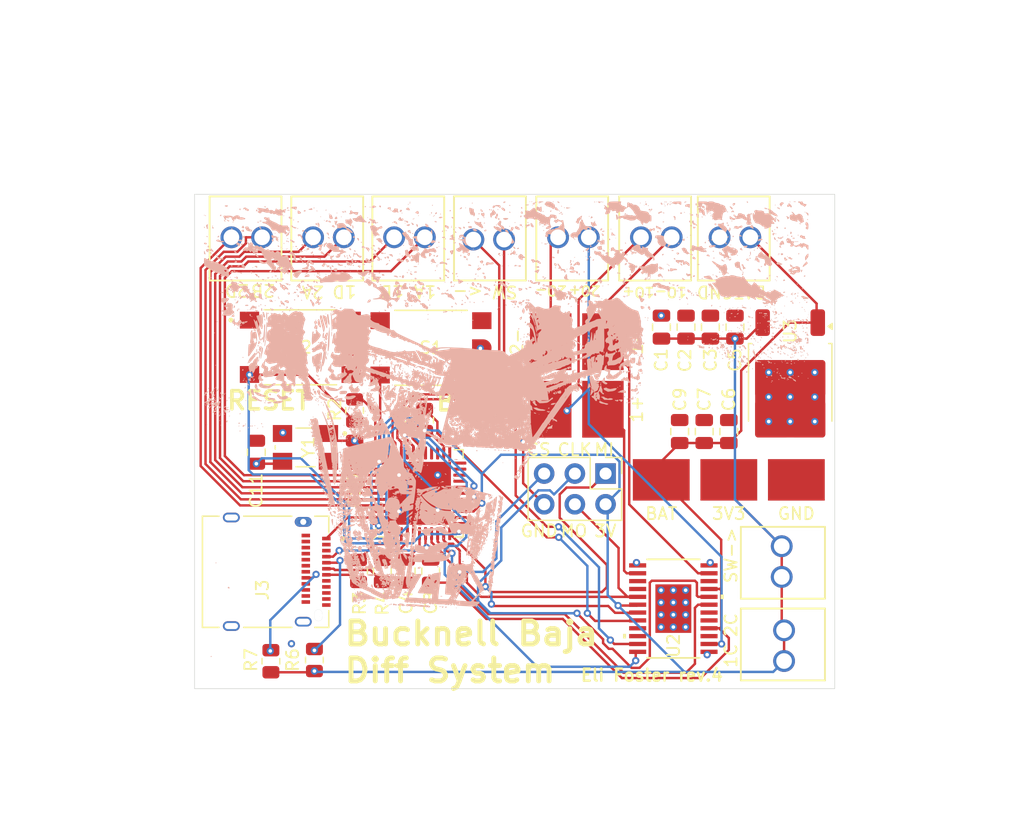
<source format=kicad_pcb>
(kicad_pcb (version 20241229) (generator "pcbnew") (generator_version "9.0")
  (layers (0 "F.Cu" signal) (2 "B.Cu" signal) (13 "F.Paste" user) (15 "B.Paste" user) (5 "F.SilkS" user "F.Silkscreen") (7 "B.SilkS" user "B.Silkscreen") (1 "F.Mask" user) (3 "B.Mask" user) (25 "Edge.Cuts" user))
  (net 0 "")
  (net 1 "+BATT")
  (net 2 "ATM_UDM")
  (net 3 "NSLEEP")
  (net 4 "MOSI")
  (net 5 "RESET_SW")
  (net 8 "CLK")
  (net 9 "UCAP")
  (net 10 "XTAL1")
  (net 13 "NFAULT")
  (net 14 "XTAL2")
  (net 17 "UGND")
  (net 22 "MISO")
  (net 23 "USB_VBUS")
  (net 27 "CS")
  (net 28 "USB_UDM")
  (net 30 "BOOTLOADER")
  (net 33 "DIFF1-")
  (net 36 "DIFF1+")
  (net 38 "DIFF2-")
  (net 40 "DIFF2+")
  (net 43 "DIFF1D")
  (net 44 "DIFF2A")
  (net 45 "DIFF2B")
  (net 46 "DIFF2D")
  (net 47 "DIFF1A")
  (net 48 "DIFF1B")
  (net 49 "3V")
  (net 51 "USB_UDP")
  (net 52 "ATM_UDP")
  (net 60 "Net-(J3-CC1)")
  (net 62 "Net-(J3-CC2)")
  (net 74 "SW2_IN")
  (net 75 "SW1_IN")
  (footprint "custom:CONN_OSTVN02A150_OST" (layer "F.Cu") (at 200.152 122.682 90)
    (property "Reference" "Switches_Out1" (hide yes))
    (property "Value" "OSTVN02A150")
  )
  (footprint "custom:CONN_OSTVN02A150_OST" (layer "F.Cu") (at 174.449924 87.817201)
    (property "Reference" "Switches_In1" (hide yes))
    (property "Value" "OSTVN02A150")
  )
  (footprint "Capacitor_SMD:C_0805_2012Metric" (layer "F.Cu") (at 196.088 95.062 90)
    (property "Reference" "C5")
    (property "Value" "0.1uF")
  )
  (footprint "Resistor_SMD:R_0805_2012Metric" (layer "F.Cu") (at 164.62 101.95 90)
    (property "Reference" "R2")
    (property "Value" "10k")
  )
  (footprint "custom:bajabig" (layer "F.Cu") (at 177.165268 104.458299 180)
    (property "Reference" "Image1" (hide yes))
    (property "Value" "Baja" (hide yes))
  )
  (footprint "custom:CONN_OSTVN02A150_OST" (layer "F.Cu") (at 183.996076 87.63 180)
    (property "Reference" "Terminal_2Out1" (hide yes))
    (property "Value" "OSTVN02A150")
  )
  (footprint "custom:CONN_OSTVN02A150_OST" (layer "F.Cu") (at 190.854076 87.63 180)
    (property "Reference" "Terminal_1Out1" (hide yes))
    (property "Value" "OSTVN02A150")
  )
  (footprint "Package_DFN_QFN:QFN-44-1EP_7x7mm_P0.5mm_EP5.2x5.2mm" (layer "F.Cu") (at 169.992 108.808 90)
    (property "Reference" "U1" (hide yes))
    (property "Value" "ATmega32U4-M")
  )
  (footprint "Capacitor_SMD:C_0805_2012Metric" (layer "F.Cu") (at 156.496 105.41 90)
    (property "Reference" "C11")
    (property "Value" "36pF")
  )
  (footprint "Capacitor_SMD:C_0805_2012Metric" (layer "F.Cu") (at 191.515 103.698 90)
    (property "Reference" "C9")
    (property "Value" "10uF")
  )
  (footprint "custom:HTSSOP24_PWP_TEX" (layer "F.Cu") (at 190.992 118.348)
    (property "Reference" "U2")
    (property "Value" "DRV8904QPWPRQ1")
  )
  (footprint "Resistor_SMD:R_0805_2012Metric" (layer "F.Cu") (at 164.95 115.23 90)
    (property "Reference" "R3")
    (property "Value" "22")
  )
  (footprint "custom:KEYSTONE_5016" (layer "F.Cu") (at 185.166 101.854 90)
    (property "Reference" "1+")
    (property "Value" "5016")
  )
  (footprint "custom:SW_1-1437565-8" (layer "F.Cu") (at 160.135 96.73)
    (property "Reference" "S2")
    (property "Value" "FSM1LPATR")
  )
  (footprint "Capacitor_SMD:C_0805_2012Metric" (layer "F.Cu") (at 168.89 115.25 -90)
    (property "Reference" "C4")
    (property "Value" "1uF")
  )
  (footprint "custom:CONN_OSTVN02A150_OST" (layer "F.Cu") (at 163.729924 87.63 180)
    (property "Reference" "Terminal_In2" (hide yes))
    (property "Value" "OSTVN02A150")
  )
  (footprint "Package_TO_SOT_SMD:TO-252-2" (layer "F.Cu") (at 200.659 99.729 -90)
    (property "Reference" "U3")
    (property "Value" "AP7363-33D-13")
  )
  (footprint "Resistor_SMD:R_0805_2012Metric" (layer "F.Cu") (at 166.916666 115.23 90)
    (property "Reference" "R4")
    (property "Value" "22")
  )
  (footprint "custom:KEYSTONE_5016" (layer "F.Cu") (at 180.848 101.854 -90)
    (property "Reference" "2+")
    (property "Value" "5016")
  )
  (footprint "custom:SW_1-1437565-8" (layer "F.Cu") (at 170.942 96.774)
    (property "Reference" "S1")
    (property "Value" "FSM1LPATR")
  )
  (footprint "Capacitor_SMD:C_0805_2012Metric" (layer "F.Cu") (at 194.056 95.062 90)
    (property "Reference" "C3")
    (property "Value" "1uF")
  )
  (footprint "custom:CONN_OSTVN02A150_OST" (layer "F.Cu") (at 199.957598 113.183924 -90)
    (property "Reference" "Terminal_C1" (hide yes))
    (property "Value" "OSTVN02A150")
  )
  (footprint "Resistor_SMD:R_0805_2012Metric" (layer "F.Cu") (at 170.418 102.7505 90)
    (property "Reference" "R5")
    (property "Value" "10k")
  )
  (footprint "Capacitor_SMD:C_0805_2012Metric" (layer "F.Cu") (at 192.04 95.062 90)
    (property "Reference" "C2" (hide yes))
    (property "Value" "10uF")
  )
  (footprint "Capacitor_SMD:C_0805_2012Metric" (layer "F.Cu") (at 193.547 103.698 90)
    (property "Reference" "C7")
    (property "Value" "0.1uF")
  )
  (footprint "custom:XTAL_C5S-24.000-20-3030-X-R" (layer "F.Cu") (at 160.56 105.01 180)
    (property "Reference" "Y1")
    (property "Value" "C5S-24.000-20-3030-X-R")
  )
  (footprint "custom:KEYSTONE_5016" (layer "F.Cu") (at 189.992 107.696 180)
    (property "Reference" "BAT")
    (property "Value" "5016")
  )
  (footprint "custom:KEYSTONE_5016" (layer "F.Cu") (at 195.58 107.696 180)
    (property "Reference" "3V3")
    (property "Value" "5016")
  )
  (footprint "custom:AMPHENOL_USBC" (layer "F.Cu") (at 161.6275 115.3 -90)
    (property "Reference" "J3")
    (property "Value" "12401598E4_2A")
    (fp_line (start -4.38 1.55) (end -4.38 0.95) (stroke (width 0.01)) (layer "Edge.Cuts"))
    (fp_line (start -3.88 0.95) (end -3.88 1.55) (stroke (width 0.01)) (layer "Edge.Cuts"))
    (fp_line (start 3.75 0.325) (end 3.45 0.325) (stroke (width 0.01)) (layer "Edge.Cuts"))
    (fp_line (start 3.45 -0.325) (end 3.75 -0.325) (stroke (width 0.01)) (layer "Edge.Cuts"))
    (fp_arc (start -4.13 1.8) (mid -4.306777 1.726777) (end -4.38 1.55) (stroke (width 0.01)) (layer "Edge.Cuts"))
    (fp_arc (start -3.88 1.55) (mid -3.953223 1.726777) (end -4.13 1.8) (stroke (width 0.01)) (layer "Edge.Cuts"))
    (fp_arc (start -4.38 0.95) (mid -4.306777 0.773223) (end -4.13 0.7) (stroke (width 0.01)) (layer "Edge.Cuts"))
    (fp_arc (start -4.13 0.7) (mid -3.953223 0.773223) (end -3.88 0.95) (stroke (width 0.01)) (layer "Edge.Cuts"))
    (fp_arc (start 3.45 0.325) (mid 3.22019 0.22981) (end 3.125 0) (stroke (width 0.01)) (layer "Edge.Cuts"))
    (fp_arc (start 3.125 0) (mid 3.22019 -0.22981) (end 3.45 -0.325) (stroke (width 0.01)) (layer "Edge.Cuts"))
    (fp_arc (start 4.075 0) (mid 3.97981 0.22981) (end 3.75 0.325) (stroke (width 0.01)) (layer "Edge.Cuts"))
    (fp_arc (start 3.75 -0.325) (mid 3.97981 -0.22981) (end 4.075 0) (stroke (width 0.01)) (layer "Edge.Cuts"))
  )
  (footprint "Resistor_SMD:R_0805_2012Metric" (layer "F.Cu") (at 161.3 122.6 -90)
    (property "Reference" "R6")
    (property "Value" "10k")
  )
  (footprint "Connector_PinHeader_2.54mm:PinHeader_2x03_P2.54mm_Vertical" (layer "F.Cu") (at 185.385 107.175 -90)
    (property "Reference" "J1" (hide yes))
    (property "Value" "AVR-ISP-6")
  )
  (footprint "custom:CONN_OSTVN02A150_OST" (layer "F.Cu") (at 170.434 87.63 180)
    (property "Reference" "Terminal_In1" (hide yes))
    (property "Value" "OSTVN02A150")
  )
  (footprint "custom:KEYSTONE_5016" (layer "F.Cu") (at 180.848 96.266 90)
    (property "Reference" "2-")
    (property "Value" "5016")
  )
  (footprint "custom:CONN_OSTVN02A150_OST" (layer "F.Cu") (at 156.972 87.63 180)
    (property "Reference" "Terminal_In3" (hide yes))
    (property "Value" "OSTVN02A150")
  )
  (footprint "custom:CONN_OSTVN02A150_OST" (layer "F.Cu") (at 197.358 87.63 180)
    (property "Reference" "Terminal_PowerIn1" (hide yes))
    (property "Value" "OSTVN02A150")
  )
  (footprint "custom:KEYSTONE_5016" (layer "F.Cu") (at 185.166 96.266 -90)
    (property "Reference" "1-")
    (property "Value" "5016")
  )
  (footprint "Capacitor_SMD:C_0805_2012Metric" (layer "F.Cu") (at 164.624 105.41 -90)
    (property "Reference" "C10")
    (property "Value" "36pF")
  )
  (footprint "Resistor_SMD:R_0805_2012Metric" (layer "F.Cu") (at 157.7 122.7 -90)
    (property "Reference" "R7")
    (property "Value" "10k")
  )
  (footprint "Capacitor_SMD:C_0805_2012Metric" (layer "F.Cu") (at 170.916668 115.25 90)
    (property "Reference" "C8")
    (property "Value" "0.1uF")
  )
  (footprint "custom:KEYSTONE_5016" (layer "F.Cu") (at 201.168 107.696 180)
    (property "Reference" "GND")
    (property "Value" "5016")
  )
  (footprint "Capacitor_SMD:C_0805_2012Metric" (layer "F.Cu") (at 195.579 103.698 90)
    (property "Reference" "C6")
    (property "Value" "0.1uF")
  )
  (footprint "Capacitor_SMD:C_0805_2012Metric" (layer "F.Cu") (at 190.008 95.062 90)
    (property "Reference" "C1")
    (property "Value" "0.1uF")
  )
  (gr_rect (start 151.384 84.074) (end 204.343 124.968) (stroke (width 0.05)) (fill no) (layer "Edge.Cuts"))
  (gr_text "2O+" (at 185.039 91.567 180) (layer "F.SilkS") (effects (font (size 0.8 0.8) (thickness 0.15) (bold yes)) (justify left bottom)))
  (gr_text "2A" (at 162.179 91.567 180) (layer "F.SilkS") (effects (font (size 1 1)) (justify left bottom)))
  (gr_text "BOOT" (at 171.22 102.1 0) (layer "F.SilkS") (effects (font (size 1.5 1.5) (thickness 0.3) (bold yes)) (justify left bottom)))
  (gr_text "1O+" (at 189.484 91.694 180) (layer "F.SilkS") (effects (font (size 0.8 0.8) (thickness 0.15) (bold yes)) (justify left bottom)))
  (gr_text "MO" (at 181.575 112.509 0) (layer "F.SilkS") (effects (font (size 1 1)) (justify left bottom)))
  (gr_text "1O-" (at 192.151 91.694 180) (layer "F.SilkS") (effects (font (size 0.8 0.8) (thickness 0.15) (bold yes)) (justify left bottom)))
  (gr_text "2B" (at 158.115 91.44 180) (layer "F.SilkS") (effects (font (size 1 1)) (justify left bottom)))
  (gr_text "1A" (at 171.45 91.537201 180) (layer "F.SilkS") (effects (font (size 1 1)) (justify left bottom)))
  (gr_text "C2" (at 192.532 98.89119 90) (layer "F.SilkS") (effects (font (size 1 1)) (justify left bottom)))
  (gr_text "2C" (at 196.342 120.777 90) (layer "F.SilkS") (effects (font (size 1 1)) (justify left bottom)))
  (gr_text "2D" (at 155.956 91.44 180) (layer "F.SilkS") (effects (font (size 1 1)) (justify left bottom)))
  (gr_text "3V" (at 184.369 112.509 0) (layer "F.SilkS") (effects (font (size 1 1)) (justify left bottom)))
  (gr_text "1D" (at 164.846 91.537201 180) (layer "F.SilkS") (effects (font (size 1 1)) (justify left bottom)))
  (gr_text "MI" (at 184.369 105.778 0) (layer "F.SilkS") (effects (font (size 1 1)) (justify left bottom)))
  (gr_text "RESET" (at 153.92 102.02 0) (layer "F.SilkS") (effects (font (size 1.5 1.5) (thickness 0.3) (bold yes)) (justify left bottom)))
  (gr_text "CLK" (at 181.321 105.778 0) (layer "F.SilkS") (effects (font (size 1 1)) (justify left bottom)))
  (gr_text "1C" (at 196.342 123.317 90) (layer "F.SilkS") (effects (font (size 1 1)) (justify left bottom)))
  (gr_text "GND" (at 178.273 112.509 0) (layer "F.SilkS") (effects (font (size 1 1)) (justify left bottom)))
  (gr_text "2O-" (at 182.245 91.567 180) (layer "F.SilkS") (effects (font (size 0.8 0.8) (thickness 0.15) (bold yes)) (justify left bottom)))
  (gr_text "SW <-" (at 178.181 91.567 180) (layer "F.SilkS") (effects (font (size 1 1)) (justify left bottom)))
  (gr_text "Bucknell Baja\nDiff System" (at 163.59 124.58 0) (layer "F.SilkS") (effects (font (size 1.9 2) (thickness 0.4) (bold yes)) (justify left bottom)))
  (gr_text "GND" (at 196.088 91.567 180) (layer "F.SilkS") (effects (font (size 1 1)) (justify left bottom)))
  (gr_text "CS" (at 178.781 105.778 0) (layer "F.SilkS") (effects (font (size 1 1)) (justify left bottom)))
  (gr_text "1B" (at 168.783 91.537201 180) (layer "F.SilkS") (effects (font (size 1 1)) (justify left bottom)))
  (gr_text "SW->" (at 196.342 116.332 90) (layer "F.SilkS") (effects (font (size 1 1)) (justify left bottom)))
  (gr_text "BAT" (at 198.755 91.567 180) (layer "F.SilkS") (effects (font (size 1 1)) (justify left bottom)))
  (gr_text "Eli Foster rev.4\n" (at 183.23 124.44 0) (layer "F.SilkS") (effects (font (size 1 1) (thickness 0.2) (bold yes)) (justify left bottom)))
  (segment (start 202.842 93.114) (end 197.358 87.63) (width 0.2) (layer "F.Cu") (net 1))
  (segment (start 194.8496 119.973001) (end 194.9496 119.873001) (width 0.2) (layer "F.Cu") (net 1))
  (segment (start 200.574254 94.689) (end 196.604 98.659254) (width 0.2) (layer "F.Cu") (net 1))
  (segment (start 194.8496 116.723002) (end 193.94475 116.723002) (width 0.2) (layer "F.Cu") (net 1))
  (segment (start 193.547 104.648) (end 191.515 104.648) (width 0.2) (layer "F.Cu") (net 1))
  (segment (start 194.9496 116.623002) (end 194.9496 112.6536) (width 0.2) (layer "F.Cu") (net 1))
  (segment (start 195.58 104.649) (end 195.579 104.648) (width 0.2) (layer "F.Cu") (net 1))
  (segment (start 172.52 116.2) (end 175.52 119.2) (width 0.2) (layer "F.Cu") (net 1))
  (segment (start 194.8496 116.723002) (end 194.9496 116.623002) (width 0.2) (layer "F.Cu") (net 1))
  (segment (start 195.58 120.775599) (end 194.777402 119.973001) (width 0.2) (layer "F.Cu") (net 1))
  (segment (start 194.9496 112.6536) (end 189.992 107.696) (width 0.2) (layer "F.Cu") (net 1))
  (segment (start 202.537076 94.287076) (end 202.939 94.689) (width 0.2) (layer "F.Cu") (net 1))
  (segment (start 170.916668 116.2) (end 172.52 116.2) (width 0.2) (layer "F.Cu") (net 1))
  (segment (start 196.604 103.623) (end 196.604 98.659254) (width 0.2) (layer "F.Cu") (net 1))
  (segment (start 193.94475 119.973001) (end 194.8496 119.973001) (width 0.2) (layer "F.Cu") (net 1))
  (segment (start 191.515 104.648) (end 189.992 106.171) (width 0.2) (layer "F.Cu") (net 1))
  (segment (start 195.58 121.770399) (end 195.58 120.775599) (width 0.2) (layer "F.Cu") (net 1))
  (segment (start 195.579 104.648) (end 196.604 103.623) (width 0.2) (layer "F.Cu") (net 1))
  (segment (start 202.939 94.689) (end 200.574254 94.689) (width 0.2) (layer "F.Cu") (net 1))
  (segment (start 189.992 106.171) (end 189.992 107.696) (width 0.2) (layer "F.Cu") (net 1))
  (segment (start 194.777402 119.973001) (end 193.94475 119.973001) (width 0.2) (layer "F.Cu") (net 1))
  (segment (start 186.734314 124.09) (end 193.260399 124.09) (width 0.2) (layer "F.Cu") (net 1))
  (segment (start 202.939 94.689) (end 202.842 94.592) (width 0.2) (layer "F.Cu") (net 1))
  (segment (start 194.9496 119.873001) (end 194.9496 116.823002) (width 0.2) (layer "F.Cu") (net 1))
  (segment (start 202.842 94.592) (end 202.842 93.114) (width 0.2) (layer "F.Cu") (net 1))
  (segment (start 181.844314 119.2) (end 186.734314 124.09) (width 0.2) (layer "F.Cu") (net 1))
  (segment (start 175.52 119.2) (end 181.844314 119.2) (width 0.2) (layer "F.Cu") (net 1))
  (segment (start 194.9496 116.823002) (end 194.8496 116.723002) (width 0.2) (layer "F.Cu") (net 1))
  (segment (start 193.547 104.648) (end 195.579 104.648) (width 0.2) (layer "F.Cu") (net 1))
  (segment (start 193.260399 124.09) (end 195.58 121.770399) (width 0.2) (layer "F.Cu") (net 1))
  (segment (start 166.2675 113) (end 164.95 114.3175) (width 0.2) (layer "F.Cu") (net 2))
  (segment (start 168.492 112.1455) (end 168.492 112.697386) (width 0.2) (layer "F.Cu") (net 2))
  (segment (start 168.189386 113) (end 166.2675 113) (width 0.2) (layer "F.Cu") (net 2))
  (segment (start 164.74 113.86) (end 164.74 114.2875) (width 0.2) (layer "F.Cu") (net 2))
  (segment (start 164.74 113.86) (end 164.74 114.3275) (width 0.2) (layer "F.Cu") (net 2))
  (segment (start 168.492 112.697386) (end 168.189386 113) (width 0.2) (layer "F.Cu") (net 2))
  (segment (start 181.511472 112.448528) (end 180.521914 112.448528) (width 0.2) (layer "F.Cu") (net 3))
  (segment (start 171.471536 102.891536) (end 170.418 101.838) (width 0.2) (layer "F.Cu") (net 3))
  (segment (start 183.88 118.73) (end 184.514 119.364) (width 0.2) (layer "F.Cu") (net 3))
  (segment (start 171.471536 103.832464) (end 171.471536 102.891536) (width 0.2) (layer "F.Cu") (net 3))
  (segment (start 170.418 101.838) (end 169.418 102.838) (width 0.2) (layer "F.Cu") (net 3))
  (segment (start 184.514 119.364) (end 187.69 119.364) (width 0.2) (layer "F.Cu") (net 3))
  (segment (start 172.706386 104.633) (end 172.272072 104.633) (width 0.2) (layer "F.Cu") (net 3))
  (segment (start 187.69 119.364) (end 187.731001 119.322999) (width 0.2) (layer "F.Cu") (net 3))
  (segment (start 187.731001 119.322999) (end 188.03925 119.322999) (width 0.2) (layer "F.Cu") (net 3))
  (segment (start 169.418 102.838) (end 169.418 104.278928) (width 0.2) (layer "F.Cu") (net 3))
  (segment (start 169.992 104.852928) (end 169.992 105.4705) (width 0.2) (layer "F.Cu") (net 3))
  (segment (start 172.272072 104.633) (end 171.471536 103.832464) (width 0.2) (layer "F.Cu") (net 3))
  (segment (start 180.521914 112.448528) (end 172.706386 104.633) (width 0.2) (layer "F.Cu") (net 3))
  (segment (start 169.418 104.278928) (end 169.992 104.852928) (width 0.2) (layer "F.Cu") (net 3))
  (via (at 181.511472 112.448528) (size 0.6) (drill 0.3) (layers "F.Cu" "B.Cu") (net 3))
  (via (at 183.88 118.73) (size 0.6) (drill 0.3) (layers "F.Cu" "B.Cu") (net 3))
  (segment (start 181.511472 112.448528) (end 183.88 114.817056) (width 0.2) (layer "B.Cu") (net 3))
  (segment (start 183.88 114.817056) (end 183.88 118.73) (width 0.2) (layer "B.Cu") (net 3))
  (segment (start 187.198 117.372998) (end 188.03925 117.372998) (width 0.2) (layer "F.Cu") (net 4))
  (segment (start 173.32 114.71) (end 173.558529 114.71) (width 0.2) (layer "F.Cu") (net 4))
  (segment (start 171.992 112.697386) (end 172.277614 112.983) (width 0.2) (layer "F.Cu") (net 4))
  (segment (start 172.277614 112.983) (end 172.763814 112.983) (width 0.2) (layer "F.Cu") (net 4))
  (segment (start 172.763814 112.983) (end 173.32 113.539186) (width 0.2) (layer "F.Cu") (net 4))
  (segment (start 182.845 109.715) (end 186.46 113.33) (width 0.2) (layer "F.Cu") (net 4))
  (segment (start 186.46 116.634998) (end 187.198 117.372998) (width 0.2) (layer "F.Cu") (net 4))
  (segment (start 173.91 116.19) (end 175.092998 117.372998) (width 0.2) (layer "F.Cu") (net 4))
  (segment (start 175.092998 117.372998) (end 188.03925 117.372998) (width 0.2) (layer "F.Cu") (net 4))
  (segment (start 173.558529 114.71) (end 173.91 115.061471) (width 0.2) (layer "F.Cu") (net 4))
  (segment (start 186.46 113.33) (end 186.46 116.634998) (width 0.2) (layer "F.Cu") (net 4))
  (segment (start 171.992 112.1455) (end 171.992 112.697386) (width 0.2) (layer "F.Cu") (net 4))
  (segment (start 173.32 113.539186) (end 173.32 114.71) (width 0.2) (layer "F.Cu") (net 4))
  (segment (start 173.91 115.061471) (end 173.91 116.19) (width 0.2) (layer "F.Cu") (net 4))
  (segment (start 160.7575 99) (end 164.62 102.8625) (width 0.2) (layer "F.Cu") (net 5))
  (segment (start 173.26 111.96) (end 173.729386 111.96) (width 0.2) (layer "F.Cu") (net 5))
  (segment (start 155.93 98.9775) (end 155.93 98.9775) (width 0.2) (layer "F.Cu") (net 5))
  (segment (start 155.93 99) (end 160.7575 99) (width 0.2) (layer "F.Cu") (net 5))
  (segment (start 155.93 99) (end 155.93 98.9775) (width 0.2) (layer "F.Cu") (net 5))
  (segment (start 174.167 111.522386) (end 174.167 111.093614) (width 0.2) (layer "F.Cu") (net 5))
  (segment (start 173.729386 111.96) (end 174.167 111.522386) (width 0.2) (layer "F.Cu") (net 5))
  (segment (start 174.167 111.093614) (end 173.881386 110.808) (width 0.2) (layer "F.Cu") (net 5))
  (segment (start 173.881386 110.808) (end 173.3295 110.808) (width 0.2) (layer "F.Cu") (net 5))
  (via (at 173.26 111.96) (size 0.6) (drill 0.3) (layers "F.Cu" "B.Cu") (net 5))
  (via (at 155.93 99) (size 0.6) (drill 0.3) (layers "F.Cu" "B.Cu") (net 5))
  (segment (start 155.864 106.894) (end 156.22 107.25) (width 0.2) (layer "B.Cu") (net 5))
  (segment (start 169.429 112.941) (end 170.19 112.18) (width 0.2) (layer "B.Cu") (net 5))
  (segment (start 170.19 112.18) (end 173.04 112.18) (width 0.2) (layer "B.Cu") (net 5))
  (segment (start 163.769 110.066629) (end 163.769 112.7071) (width 0.2) (layer "B.Cu") (net 5))
  (segment (start 155.93 99) (end 155.864 99.066) (width 0.2) (layer "B.Cu") (net 5))
  (segment (start 164.0039 112.942) (end 168.1681 112.942) (width 0.2) (layer "B.Cu") (net 5))
  (segment (start 168.1681 112.942) (end 168.1691 112.941) (width 0.2) (layer "B.Cu") (net 5))
  (segment (start 156.22 107.25) (end 160.952371 107.25) (width 0.2) (layer "B.Cu") (net 5))
  (segment (start 163.769 112.7071) (end 164.0039 112.942) (width 0.2) (layer "B.Cu") (net 5))
  (segment (start 168.1691 112.941) (end 169.429 112.941) (width 0.2) (layer "B.Cu") (net 5))
  (segment (start 160.952371 107.25) (end 163.769 110.066629) (width 0.2) (layer "B.Cu") (net 5))
  (segment (start 155.864 99.066) (end 155.864 106.894) (width 0.2) (layer "B.Cu") (net 5))
  (segment (start 173.04 112.18) (end 173.26 111.96) (width 0.2) (layer "B.Cu") (net 5))
  (segment (start 172.287482 113.59) (end 172.68 113.77) (width 0.2) (layer "F.Cu") (net 8))
  (segment (start 189.0441 116.2034) (end 189.2061 116.0414) (width 0.2) (layer "F.Cu") (net 8))
  (segment (start 193.0399 117.373001) (end 193.94475 117.373001) (width 0.2) (layer "F.Cu") (net 8))
  (segment (start 171.492 112.1455) (end 171.492 112.794518) (width 0.2) (layer "F.Cu") (net 8))
  (segment (start 185.18 120.89) (end 185.18 121.198529) (width 0.2) (layer "F.Cu") (net 8))
  (segment (start 192.7779 116.0414) (end 192.9399 116.2034) (width 0.2) (layer "F.Cu") (net 8))
  (segment (start 185.18 121.198529) (end 185.654469 121.672998) (width 0.2) (layer "F.Cu") (net 8))
  (segment (start 189.2061 116.0414) (end 192.7779 116.0414) (width 0.2) (layer "F.Cu") (net 8))
  (segment (start 192.9399 117.273001) (end 193.0399 117.373001) (width 0.2) (layer "F.Cu") (net 8))
  (segment (start 187.54 123.25) (end 188.194899 123.25) (width 0.2) (layer "F.Cu") (net 8))
  (segment (start 171.492 112.794518) (end 172.287482 113.59) (width 0.2) (layer "F.Cu") (net 8))
  (segment (start 192.9399 116.2034) (end 192.9399 117.273001) (width 0.2) (layer "F.Cu") (net 8))
  (segment (start 183.02 118.73) (end 185.18 120.89) (width 0.2) (layer "F.Cu") (net 8))
  (segment (start 185.962998 121.672998) (end 187.54 123.25) (width 0.2) (layer "F.Cu") (net 8))
  (segment (start 189.0441 122.400799) (end 189.0441 116.2034) (width 0.2) (layer "F.Cu") (net 8))
  (segment (start 188.194899 123.25) (end 189.0441 122.400799) (width 0.2) (layer "F.Cu") (net 8))
  (segment (start 172.68 113.77) (end 172.56 113.59) (width 0.2) (layer "F.Cu") (net 8))
  (segment (start 185.654469 121.672998) (end 185.962998 121.672998) (width 0.2) (layer "F.Cu") (net 8))
  (via (at 183.02 118.73) (size 0.6) (drill 0.3) (layers "F.Cu" "B.Cu") (net 8))
  (via (at 172.68 113.77) (size 0.6) (drill 0.3) (layers "F.Cu" "B.Cu") (net 8))
  (segment (start 172.68 115.558843) (end 175.851157 118.73) (width 0.2) (layer "B.Cu") (net 8))
  (segment (start 181.118173 108.901827) (end 180.781346 108.565) (width 0.2) (layer "B.Cu") (net 8))
  (segment (start 175.851157 118.73) (end 176.813756 118.73) (width 0.2) (layer "B.Cu") (net 8))
  (segment (start 182.845 107.175) (end 181.118173 108.901827) (width 0.2) (layer "B.Cu") (net 8))
  (segment (start 176.813756 118.73) (end 183.02 118.73) (width 0.2) (layer "B.Cu") (net 8))
  (segment (start 174.84 117.718842) (end 175.851158 118.73) (width 0.2) (layer "B.Cu") (net 8))
  (segment (start 180.781346 108.565) (end 179.828654 108.565) (width 0.2) (layer "B.Cu") (net 8))
  (segment (start 176.755471 111.638183) (end 176.755471 114.361686) (width 0.2) (layer "B.Cu") (net 8))
  (segment (start 176.755471 114.361686) (end 174.84 116.277157) (width 0.2) (layer "B.Cu") (net 8))
  (segment (start 174.84 116.277157) (end 174.84 117.718842) (width 0.2) (layer "B.Cu") (net 8))
  (segment (start 172.68 113.77) (end 172.68 115.558843) (width 0.2) (layer "B.Cu") (net 8))
  (segment (start 175.851158 118.73) (end 176.813756 118.73) (width 0.2) (layer "B.Cu") (net 8))
  (segment (start 179.828654 108.565) (end 176.755471 111.638183) (width 0.2) (layer "B.Cu") (net 8))
  (segment (start 169.992 113.198) (end 169.992 112.1455) (width 0.2) (layer "F.Cu") (net 9))
  (segment (start 168.89 114.3) (end 169.992 113.198) (width 0.2) (layer "F.Cu") (net 9))
  (segment (start 164.624 104.46) (end 164.6085 104.4445) (width 0.2) (layer "F.Cu") (net 10))
  (segment (start 162.46 103.86) (end 163.06 104.46) (width 0.2) (layer "F.Cu") (net 10))
  (segment (start 163.06 104.46) (end 164.624 104.46) (width 0.2) (layer "F.Cu") (net 10))
  (segment (start 174.498 108.204) (end 173.894 108.808) (width 0.2) (layer "F.Cu") (net 10))
  (segment (start 173.894 108.808) (end 173.3295 108.808) (width 0.2) (layer "F.Cu") (net 10))
  (via (at 174.498 108.204) (size 0.6) (drill 0.3) (layers "F.Cu" "B.Cu") (net 10))
  (via (at 164.624 104.46) (size 0.6) (drill 0.3) (layers "F.Cu" "B.Cu") (net 10))
  (segment (start 167.0545 103.735186) (end 167.789686 103) (width 0.2) (layer "B.Cu") (net 10))
  (segment (start 167.2545 105.934471) (end 167.0545 105.734471) (width 0.2) (layer "B.Cu") (net 10))
  (segment (start 169.818 103.864529) (end 170.169471 104.216) (width 0.2) (layer "B.Cu") (net 10))
  (segment (start 166.008 105.844) (end 166.008 111.738529) (width 0.2) (layer "B.Cu") (net 10))
  (segment (start 166.008 111.738529) (end 166.410471 112.141) (width 0.2) (layer "B.Cu") (net 10))
  (segment (start 170.169471 104.216) (end 170.764 104.216) (width 0.2) (layer "B.Cu") (net 10))
  (segment (start 174.498 107.95) (end 174.498 108.204) (width 0.2) (layer "B.Cu") (net 10))
  (segment (start 167.2545 111.692029) (end 167.2545 105.934471) (width 0.2) (layer "B.Cu") (net 10))
  (segment (start 169.818 103.581686) (end 169.818 103.864529) (width 0.2) (layer "B.Cu") (net 10))
  (segment (start 166.410471 112.141) (end 166.805529 112.141) (width 0.2) (layer "B.Cu") (net 10))
  (segment (start 167.789686 103) (end 169.236314 103) (width 0.2) (layer "B.Cu") (net 10))
  (segment (start 166.805529 112.141) (end 167.2545 111.692029) (width 0.2) (layer "B.Cu") (net 10))
  (segment (start 169.236314 103) (end 169.818 103.581686) (width 0.2) (layer "B.Cu") (net 10))
  (segment (start 170.764 104.216) (end 174.498 107.95) (width 0.2) (layer "B.Cu") (net 10))
  (segment (start 164.624 104.46) (end 166.008 105.844) (width 0.2) (layer "B.Cu") (net 10))
  (segment (start 167.0545 105.734471) (end 167.0545 103.735186) (width 0.2) (layer "B.Cu") (net 10))
  (segment (start 187.878185 122.084064) (end 188.03925 121.922999) (width 0.2) (layer "F.Cu") (net 13))
  (segment (start 187.878185 122.65) (end 187.878185 122.084064) (width 0.2) (layer "F.Cu") (net 13))
  (segment (start 168.763049 104.189663) (end 169.492 104.918614) (width 0.2) (layer "F.Cu") (net 13))
  (segment (start 169.492 104.918614) (end 169.492 105.4705) (width 0.2) (layer "F.Cu") (net 13))
  (segment (start 168.763049 104) (end 168.763049 104.189663) (width 0.2) (layer "F.Cu") (net 13))
  (via (at 168.763049 104) (size 0.6) (drill 0.3) (layers "F.Cu" "B.Cu") (net 13))
  (via (at 187.878185 122.65) (size 0.6) (drill 0.3) (layers "F.Cu" "B.Cu") (net 13))
  (segment (start 173.86 111.216951) (end 173.86 112.43) (width 0.2) (layer "B.Cu") (net 13))
  (segment (start 173.13 113.16) (end 172.441471 113.16) (width 0.2) (layer "B.Cu") (net 13))
  (segment (start 172.08 113.521471) (end 172.08 115.524529) (width 0.2) (layer "B.Cu") (net 13))
  (segment (start 187.878185 122.65) (end 187.370185 123.158) (width 0.2) (layer "B.Cu") (net 13))
  (segment (start 187.370185 123.158) (end 179.713471 123.158) (width 0.2) (layer "B.Cu") (net 13))
  (segment (start 172.08 115.524529) (end 179.713471 123.158) (width 0.2) (layer "B.Cu") (net 13))
  (segment (start 168.763049 106.12) (end 168.763049 104) (width 0.2) (layer "B.Cu") (net 13))
  (segment (start 168.763049 106.12) (end 173.86 111.216951) (width 0.2) (layer "B.Cu") (net 13))
  (segment (start 172.441471 113.16) (end 172.08 113.521471) (width 0.2) (layer "B.Cu") (net 13))
  (segment (start 173.86 112.43) (end 173.13 113.16) (width 0.2) (layer "B.Cu") (net 13))
  (segment (start 174.283 109.308) (end 173.3295 109.308) (width 0.2) (layer "F.Cu") (net 14))
  (segment (start 158.46 106.36) (end 158.66 106.16) (width 0.2) (layer "F.Cu") (net 14))
  (segment (start 156.4805 106.3445) (end 156.496 106.36) (width 0.2) (layer "F.Cu") (net 14))
  (segment (start 156.496 106.36) (end 158.46 106.36) (width 0.2) (layer "F.Cu") (net 14))
  (segment (start 158.0825 106.36) (end 158.6445 105.798) (width 0.2) (layer "F.Cu") (net 14))
  (segment (start 174.498 109.093) (end 174.283 109.308) (width 0.2) (layer "F.Cu") (net 14))
  (via (at 156.496 106.36) (size 0.6) (drill 0.3) (layers "F.Cu" "B.Cu") (net 14))
  (via (at 174.498 109.093) (size 0.6) (drill 0.3) (layers "F.Cu" "B.Cu") (net 14))
  (segment (start 173.898 107.915686) (end 173.898 108.493) (width 0.2) (layer "B.Cu") (net 14))
  (segment (start 174.498 109.093) (end 174.498 109.22) (width 0.2) (layer "B.Cu") (net 14))
  (segment (start 170.003785 104.616) (end 170.598314 104.616) (width 0.2) (layer "B.Cu") (net 14))
  (segment (start 169.070628 103.4) (end 169.418 103.747372) (width 0.2) (layer "B.Cu") (net 14))
  (segment (start 173.898 108.493) (end 174.498 109.093) (width 0.2) (layer "B.Cu") (net 14))
  (segment (start 160.187471 105.918) (end 164.17 109.900529) (width 0.2) (layer "B.Cu") (net 14))
  (segment (start 164.17 112.541) (end 168.002 112.541) (width 0.2) (layer "B.Cu") (net 14))
  (segment (start 167.955372 103.4) (end 169.070628 103.4) (width 0.2) (layer "B.Cu") (net 14))
  (segment (start 156.496 106.36) (end 156.938 105.918) (width 0.2) (layer "B.Cu") (net 14))
  (segment (start 164.17 109.900529) (end 164.17 112.541) (width 0.2) (layer "B.Cu") (net 14))
  (segment (start 169.418 103.747372) (end 169.418 104.030215) (width 0.2) (layer "B.Cu") (net 14))
  (segment (start 170.598314 104.616) (end 173.898 107.915686) (width 0.2) (layer "B.Cu") (net 14))
  (segment (start 169.008157 111.534843) (end 169.008157 107.089843) (width 0.2) (layer "B.Cu") (net 14))
  (segment (start 156.938 105.918) (end 160.187471 105.918) (width 0.2) (layer "B.Cu") (net 14))
  (segment (start 167.4545 103.900872) (end 167.955372 103.4) (width 0.2) (layer "B.Cu") (net 14))
  (segment (start 168.002 112.541) (end 169.008157 111.534843) (width 0.2) (layer "B.Cu") (net 14))
  (segment (start 169.008157 107.089843) (end 167.4545 105.536186) (width 0.2) (layer "B.Cu") (net 14))
  (segment (start 167.4545 105.536186) (end 167.4545 103.900872) (width 0.2) (layer "B.Cu") (net 14))
  (segment (start 169.418 104.030215) (end 170.003785 104.616) (width 0.2) (layer "B.Cu") (net 14))
  (segment (start 198.88 102.918) (end 198.88 102.87) (width 0.2) (layer "F.Cu") (net 17))
  (segment (start 198.074 103.724) (end 198.88 102.918) (width 0.2) (layer "F.Cu") (net 17))
  (segment (start 172.492 106.308) (end 171.5 107.3) (width 0.2) (layer "F.Cu") (net 17))
  (segment (start 162.2875 112.55) (end 164.0295 110.808) (width 0.2) (layer "F.Cu") (net 17))
  (segment (start 166.6545 106.808) (end 165.072 106.808) (width 0.2) (layer "F.Cu") (net 17))
  (segment (start 199.388 102.918) (end 199.134 102.664) (width 0.2) (layer "F.Cu") (net 17))
  (segment (start 172.492 105.4705) (end 172.492 106.308) (width 0.2) (layer "F.Cu") (net 17))
  (segment (start 178.567929 107.977929) (end 180.305 109.715) (width 0.2) (layer "F.Cu") (net 17))
  (segment (start 168.3 110.5) (end 168.3 110.3) (width 0.2) (layer "F.Cu") (net 17))
  (segment (start 166.6545 110.808) (end 167.992 110.808) (width 0.2) (layer "F.Cu") (net 17))
  (segment (start 171.5 110.2) (end 171.892 109.808) (width 0.2) (layer "F.Cu") (net 17))
  (segment (start 198.928 102.87) (end 199.134 102.664) (width 0.2) (layer "F.Cu") (net 17))
  (segment (start 169.492 109.308) (end 169.992 108.808) (width 0.2) (layer "F.Cu") (net 17))
  (segment (start 169.992 108.808) (end 170.992 109.808) (width 0.2) (layer "F.Cu") (net 17))
  (segment (start 168.3 107.116) (end 168.3 107.3) (width 0.2) (layer "F.Cu") (net 17))
  (segment (start 166.6545 106.808) (end 167.992 106.808) (width 0.2) (layer "F.Cu") (net 17))
  (segment (start 171.5 107.3) (end 169.992 108.808) (width 0.2) (layer "F.Cu") (net 17))
  (segment (start 178.567929 104.55) (end 178.567929 107.977929) (width 0.2) (layer "F.Cu") (net 17))
  (segment (start 167.992 106.808) (end 168.3 107.116) (width 0.2) (layer "F.Cu") (net 17))
  (segment (start 167.992 110.808) (end 168.3 110.5) (width 0.2) (layer "F.Cu") (net 17))
  (segment (start 168.3 107.3) (end 168.484 107.3) (width 0.2) (layer "F.Cu") (net 17))
  (segment (start 198.88 102.87) (end 198.928 102.87) (width 0.2) (layer "F.Cu") (net 17))
  (segment (start 171.892 109.808) (end 173.3295 109.808) (width 0.2) (layer "F.Cu") (net 17))
  (segment (start 164.0295 110.808) (end 166.6545 110.808) (width 0.2) (layer "F.Cu") (net 17))
  (segment (start 168.484 107.3) (end 169.992 108.808) (width 0.2) (layer "F.Cu") (net 17))
  (segment (start 171.108 109.808) (end 171.5 110.2) (width 0.2) (layer "F.Cu") (net 17))
  (segment (start 168.3 110.3) (end 168.5 110.3) (width 0.2) (layer "F.Cu") (net 17))
  (segment (start 170.992 109.808) (end 171.108 109.808) (width 0.2) (layer "F.Cu") (net 17))
  (segment (start 168.5 110.3) (end 169.992 108.808) (width 0.2) (layer "F.Cu") (net 17))
  (segment (start 169.492 112.1455) (end 169.492 109.308) (width 0.2) (layer "F.Cu") (net 17))
  (segment (start 165.072 106.808) (end 164.624 106.36) (width 0.2) (layer "F.Cu") (net 17))
  (via (at 200.658 98.806) (size 0.6) (drill 0.3) (layers "F.Cu" "B.Cu") (net 17))
  (via (at 190.992 117.84) (size 0.6) (drill 0.3) (layers "F.Cu" "B.Cu") (net 17))
  (via (at 171.5 107.3) (size 0.6) (drill 0.3) (layers "F.Cu" "B.Cu") (net 17))
  (via (at 168.3 110.3) (size 0.6) (drill 0.3) (layers "F.Cu" "B.Cu") (net 17))
  (via (at 190.992 119.872) (size 0.6) (drill 0.3) (layers "F.Cu" "B.Cu") (net 17))
  (via (at 187.944 114.538) (size 0.6) (drill 0.3) (layers "F.Cu" "B.Cu") (net 17))
  (via (at 168.3 107.3) (size 0.6) (drill 0.3) (layers "F.Cu" "B.Cu") (net 17))
  (via (at 189.976 118.856) (size 0.6) (drill 0.3) (layers "F.Cu" "B.Cu") (net 17))
  (via (at 171.5 110.2) (size 0.6) (drill 0.3) (layers "F.Cu" "B.Cu") (net 17))
  (via (at 190.992 116.824) (size 0.6) (drill 0.3) (layers "F.Cu" "B.Cu") (net 17))
  (via (at 178.567929 104.55) (size 0.6) (drill 0.3) (layers "F.Cu" "B.Cu") (net 17))
  (via (at 192.008 116.824) (size 0.6) (drill 0.3) (layers "F.Cu" "B.Cu") (net 17))
  (via (at 189.976 117.84) (size 0.6) (drill 0.3) (layers "F.Cu" "B.Cu") (net 17))
  (via (at 175.03 96.82) (size 0.6) (drill 0.3) (layers "F.Cu" "B.Cu") (net 17))
  (via (at 189.992 94.107) (size 0.6) (drill 0.3) (layers "F.Cu" "B.Cu") (net 17))
  (via (at 202.69 102.87) (size 0.6) (drill 0.3) (layers "F.Cu" "B.Cu") (net 17))
  (via (at 200.658 102.87) (size 0.6) (drill 0.3) (layers "F.Cu" "B.Cu") (net 17))
  (via (at 189.976 116.824) (size 0.6) (drill 0.3) (layers "F.Cu" "B.Cu") (net 17))
  (via (at 198.88 102.87) (size 0.6) (drill 0.3) (layers "F.Cu" "B.Cu") (net 17))
  (via (at 190.992 118.856) (size 0.6) (drill 0.3) (layers "F.Cu" "B.Cu") (net 17))
  (via (at 198.88 100.838) (size 0.6) (drill 0.3) (layers "F.Cu" "B.Cu") (net 17))
  (via (at 194.04 114.538) (size 0.6) (drill 0.3) (layers "F.Cu" "B.Cu") (net 17))
  (via (at 202.69 100.838) (size 0.6) (drill 0.3) (layers "F.Cu" "B.Cu") (net 17))
  (via (at 158.69 103.79) (size 0.6) (drill 0.3) (layers "F.Cu" "B.Cu") (net 17))
  (via (at 198.88 98.806) (size 0.6) (drill 0.3) (layers "F.Cu" "B.Cu") (net 17))
  (via (at 159.4 121.25) (size 0.6) (drill 0.3) (layers "F.Cu" "B.Cu") (net 17))
  (via (at 193.786 122.158) (size 0.6) (drill 0.3) (layers "F.Cu" "B.Cu") (net 17))
  (via (at 189.976 119.872) (size 0.6) (drill 0.3) (layers "F.Cu" "B.Cu") (net 17))
  (via (at 192.008 119.872) (size 0.6) (drill 0.3) (layers "F.Cu" "B.Cu") (net 17))
  (via (at 202.69 98.806) (size 0.6) (drill 0.3) (layers "F.Cu" "B.Cu") (net 17))
  (via (at 200.658 100.838) (size 0.6) (drill 0.3) (layers "F.Cu" "B.Cu") (net 17))
  (via (at 192.008 117.84) (size 0.6) (drill 0.3) (layers "F.Cu" "B.Cu") (net 17))
  (via (at 192.008 118.856) (size 0.6) (drill 0.3) (layers "F.Cu" "B.Cu") (net 17))
  (segment (start 175.442843 116.522843) (end 175.442843 115.096343) (width 0.2) (layer "F.Cu") (net 22))
  (segment (start 185.496 116.564529) (end 185.496 114.736) (width 0.2) (layer "F.Cu") (net 22))
  (segment (start 182.16 108.33) (end 184.23 108.33) (width 0.2) (layer "F.Cu") (net 22))
  (segment (start 175.442843 115.096343) (end 172.492 112.1455) (width 0.2) (layer "F.Cu") (net 22))
  (segment (start 175.442843 116.522843) (end 175.892998 116.972998) (width 0.2) (layer "F.Cu") (net 22))
  (segment (start 188.018248 118.694) (end 188.03925 118.672998) (width 0.2) (layer "F.Cu") (net 22))
  (segment (start 176.099685 118.13) (end 185.607471 118.13) (width 0.2) (layer "F.Cu") (net 22))
  (segment (start 181.59 110.83) (end 181.59 108.9) (width 0.2) (layer "F.Cu") (net 22))
  (segment (start 185.607471 118.13) (end 186.171471 118.694) (width 0.2) (layer "F.Cu") (net 22))
  (segment (start 175.892998 116.972998) (end 185.087531 116.972998) (width 0.2) (layer "F.Cu") (net 22))
  (segment (start 184.23 108.33) (end 185.385 107.175) (width 0.2) (layer "F.Cu") (net 22))
  (segment (start 185.496 114.736) (end 181.59 110.83) (width 0.2) (layer "F.Cu") (net 22))
  (segment (start 175.942683 117.972998) (end 176.099685 118.13) (width 0.2) (layer "F.Cu") (net 22))
  (segment (start 185.087531 116.972998) (end 185.496 116.564529) (width 0.2) (layer "F.Cu") (net 22))
  (segment (start 186.171471 118.694) (end 188.018248 118.694) (width 0.2) (layer "F.Cu") (net 22))
  (segment (start 181.59 108.9) (end 182.16 108.33) (width 0.2) (layer "F.Cu") (net 22))
  (via (at 175.442843 116.522843) (size 0.6) (drill 0.3) (layers "F.Cu" "B.Cu") (net 22))
  (via (at 175.942683 117.972998) (size 0.6) (drill 0.3) (layers "F.Cu" "B.Cu") (net 22))
  (segment (start 175.942683 117.972998) (end 175.942683 117.022683) (width 0.2) (layer "B.Cu") (net 22))
  (segment (start 175.942683 117.022683) (end 175.442843 116.522843) (width 0.2) (layer "B.Cu") (net 22))
  (segment (start 170.492 112.982) (end 170.492 112.1455) (width 0.2) (layer "F.Cu") (net 23))
  (segment (start 170.583267 113.3) (end 170.613267 113.27) (width 0.2) (layer "F.Cu") (net 23))
  (segment (start 170.583267 113.3) (end 170.583267 113.073267) (width 0.2) (layer "F.Cu") (net 23))
  (segment (start 162.841 114.05) (end 163.35 113.541) (width 0.2) (layer "F.Cu") (net 23))
  (segment (start 170.583267 113.073267) (end 170.492 112.982) (width 0.2) (layer "F.Cu") (net 23))
  (segment (start 170.613267 113.27) (end 170.78 113.27) (width 0.2) (layer "F.Cu") (net 23))
  (segment (start 162.2875 114.001) (end 162.2875 114.05) (width 0.2) (layer "F.Cu") (net 23))
  (segment (start 162.2875 114.05) (end 162.841 114.05) (width 0.2) (layer "F.Cu") (net 23))
  (via (at 163.35 113.541) (size 0.6) (drill 0.3) (layers "F.Cu" "B.Cu") (net 23))
  (via (at 170.583267 113.3) (size 0.6) (drill 0.3) (layers "F.Cu" "B.Cu") (net 23))
  (segment (start 163.35 113.541) (end 170.342267 113.541) (width 0.2) (layer "B.Cu") (net 23))
  (segment (start 170.342267 113.541) (end 170.583267 113.3) (width 0.2) (layer "B.Cu") (net 23))
  (segment (start 175.685686 118.8) (end 182.01 118.8) (width 0.2) (layer "F.Cu") (net 27))
  (segment (start 170.992 112.860204) (end 170.992 112.1455) (width 0.2) (layer "F.Cu") (net 27))
  (segment (start 173.31 116.424314) (end 175.685686 118.8) (width 0.2) (layer "F.Cu") (net 27))
  (segment (start 171.941668 113.809872) (end 171.941668 113.941668) (width 0.2) (layer "F.Cu") (net 27))
  (segment (start 192.04 123.65) (end 192.7779 122.9121) (width 0.2) (layer "F.Cu") (net 27))
  (segment (start 186.86 123.65) (end 192.04 123.65) (width 0.2) (layer "F.Cu") (net 27))
  (segment (start 182.01 118.8) (end 186.86 123.65) (width 0.2) (layer "F.Cu") (net 27))
  (segment (start 171.941668 113.941668) (end 173.31 115.31) (width 0.2) (layer "F.Cu") (net 27))
  (segment (start 170.992 112.860204) (end 171.941668 113.809872) (width 0.2) (layer "F.Cu") (net 27))
  (segment (start 173.31 115.31) (end 173.31 116.424314) (width 0.2) (layer "F.Cu") (net 27))
  (segment (start 192.7779 118.285002) (end 193.0399 118.023002) (width 0.2) (layer "F.Cu") (net 27))
  (segment (start 192.7779 122.9121) (end 192.7779 118.285002) (width 0.2) (layer "F.Cu") (net 27))
  (segment (start 193.0399 118.023002) (end 193.94475 118.023002) (width 0.2) (layer "F.Cu") (net 27))
  (via (at 173.31 115.31) (size 0.6) (drill 0.3) (layers "F.Cu" "B.Cu") (net 27))
  (segment (start 175.241471 115.31) (end 176.355471 114.196) (width 0.2) (layer "B.Cu") (net 27))
  (segment (start 176.355471 111.124529) (end 180.305 107.175) (width 0.2) (layer "B.Cu") (net 27))
  (segment (start 173.31 115.31) (end 175.241471 115.31) (width 0.2) (layer "B.Cu") (net 27))
  (segment (start 176.355471 114.196) (end 176.355471 111.124529) (width 0.2) (layer "B.Cu") (net 27))
  (segment (start 164.95 116.1425) (end 164.3575 115.55) (width 0.2) (layer "F.Cu") (net 28))
  (segment (start 164.3575 115.55) (end 162.2875 115.55) (width 0.2) (layer "F.Cu") (net 28))
  (segment (start 167.492 104.933001) (end 167.492 105.4705) (width 0.2) (layer "F.Cu") (net 30))
  (segment (start 167.492 105.4705) (end 166.737 104.7155) (width 0.2) (layer "F.Cu") (net 30))
  (segment (start 166.737 104.7155) (end 166.737 99.0215) (width 0.2) (layer "F.Cu") (net 30))
  (segment (start 185.166 96.266) (end 185.166 93.318076) (width 0.2) (layer "F.Cu") (net 33))
  (segment (start 187.342 109.725102) (end 187.342 98.442) (width 0.2) (layer "F.Cu") (net 33))
  (segment (start 193.94475 115.423002) (end 193.0399 115.423002) (width 0.2) (layer "F.Cu") (net 33))
  (segment (start 193.0399 115.423002) (end 187.342 109.725102) (width 0.2) (layer "F.Cu") (net 33))
  (segment (start 187.342 98.442) (end 185.166 96.266) (width 0.2) (layer "F.Cu") (net 33))
  (segment (start 185.166 93.318076) (end 190.854076 87.63) (width 0.2) (layer "F.Cu") (net 33))
  (segment (start 185.166 101.854) (end 183.151 99.839) (width 0.2) (layer "F.Cu") (net 36))
  (segment (start 183.151 92.793076) (end 188.314076 87.63) (width 0.2) (layer "F.Cu") (net 36))
  (segment (start 187.1344 115.423) (end 186.92 115.2086) (width 0.2) (layer "F.Cu") (net 36))
  (segment (start 186.92 115.2086) (end 186.92 103.608) (width 0.2) (layer "F.Cu") (net 36))
  (segment (start 186.92 103.608) (end 185.166 101.854) (width 0.2) (layer "F.Cu") (net 36))
  (segment (start 183.151 99.839) (end 183.151 92.793076) (width 0.2) (layer "F.Cu") (net 36))
  (segment (start 188.03925 115.423) (end 187.1344 115.423) (width 0.2) (layer "F.Cu") (net 36))
  (segment (start 180.848 96.266) (end 180.848 88.238076) (width 0.2) (layer "F.Cu") (net 38))
  (segment (start 186.102998 121.272998) (end 188.03925 121.272998) (width 0.2) (layer "F.Cu") (net 38))
  (segment (start 177.95 108.986346) (end 177.95 101.103252) (width 0.2) (layer "F.Cu") (net 38))
  (segment (start 177.95 101.103252) (end 177.390924 100.544176) (width 0.2) (layer "F.Cu") (net 38))
  (segment (start 177.390924 100.544176) (end 177.390924 99.723076) (width 0.2) (layer "F.Cu") (net 38))
  (segment (start 180.848 88.238076) (end 181.456076 87.63) (width 0.2) (layer "F.Cu") (net 38))
  (segment (start 177.390924 99.723076) (end 180.848 96.266) (width 0.2) (layer "F.Cu") (net 38))
  (segment (start 185.78 120.95) (end 186.102998 121.272998) (width 0.2) (layer "F.Cu") (net 38))
  (segment (start 181.490736 111.579264) (end 180.542918 111.579264) (width 0.2) (layer "F.Cu") (net 38))
  (segment (start 180.542918 111.579264) (end 177.95 108.986346) (width 0.2) (layer "F.Cu") (net 38))
  (via (at 185.78 120.95) (size 0.6) (drill 0.3) (layers "F.Cu" "B.Cu") (net 38))
  (via (at 181.490736 111.579264) (size 0.6) (drill 0.3) (layers "F.Cu" "B.Cu") (net 38))
  (segment (start 184.84 119.983471) (end 185.78 120.923471) (width 0.2) (layer "B.Cu") (net 38))
  (segment (start 181.490736 111.579264) (end 181.490737 111.579264) (width 0.2) (layer "B.Cu") (net 38))
  (segment (start 185.78 120.923471) (end 185.78 120.95) (width 0.2) (layer "B.Cu") (net 38))
  (segment (start 184.84 114.928527) (end 184.84 119.983471) (width 0.2) (layer "B.Cu") (net 38))
  (segment (start 181.490737 111.579264) (end 184.84 114.928527) (width 0.2) (layer "B.Cu") (net 38))
  (segment (start 194.977 121.273) (end 194.98 121.27) (width 0.2) (layer "F.Cu") (net 40))
  (segment (start 195.047 121.273) (end 195.05 121.27) (width 0.2) (layer "F.Cu") (net 40))
  (segment (start 194.983 121.273) (end 195.047 121.273) (width 0.2) (layer "F.Cu") (net 40))
  (segment (start 194.98 121.27) (end 194.983 121.273) (width 0.2) (layer "F.Cu") (net 40))
  (segment (start 193.94475 121.273) (end 194.977 121.273) (width 0.2) (layer "F.Cu") (net 40))
  (via (at 194.98 121.27) (size 0.6) (drill 0.3) (layers "F.Cu" "B.Cu") (net 40))
  (via (at 182.19 101.98) (size 0.6) (drill 0.3) (layers "F.Cu" "B.Cu") (net 40))
  (segment (start 194.98 121.27) (end 194.98 114.064314) (width 0.2) (layer "B.Cu") (net 40))
  (segment (start 183.996076 103.08039) (end 184.987843 104.072157) (width 0.2) (layer "B.Cu") (net 40))
  (segment (start 183.996076 100.173924) (end 183.996076 87.63) (width 0.2) (layer "B.Cu") (net 40))
  (segment (start 182.19 101.98) (end 183.996076 100.173924) (width 0.2) (layer "B.Cu") (net 40))
  (segment (start 194.98 114.064314) (end 184.987843 104.072157) (width 0.2) (layer "B.Cu") (net 40))
  (segment (start 183.996076 100.173924) (end 183.996076 103.08039) (width 0.2) (layer "B.Cu") (net 40))
  (segment (start 155.261133 89.6317) (end 155.661133 89.2317) (width 0.2) (layer "F.Cu") (net 43))
  (segment (start 153.092 90.667058) (end 154.127358 89.6317) (width 0.2) (layer "F.Cu") (net 43))
  (segment (start 155.344058 108.308) (end 153.092 106.055942) (width 0.2) (layer "F.Cu") (net 43))
  (segment (start 153.092 106.055942) (end 153.092 90.667058) (width 0.2) (layer "F.Cu") (net 43))
  (segment (start 165.608 108.308) (end 155.344058 108.308) (width 0.2) (layer "F.Cu") (net 43))
  (segment (start 154.127358 89.6317) (end 155.261133 89.6317) (width 0.2) (layer "F.Cu") (net 43))
  (segment (start 166.6545 108.308) (end 165.608 108.308) (width 0.2) (layer "F.Cu") (net 43))
  (segment (start 162.128224 89.2317) (end 163.729924 87.63) (width 0.2) (layer "F.Cu") (net 43))
  (segment (start 155.661133 89.2317) (end 162.128224 89.2317) (width 0.2) (layer "F.Cu") (net 43))
  (segment (start 155.095447 89.2317) (end 155.495447 88.8317) (width 0.2) (layer "F.Cu") (net 44))
  (segment (start 152.692 90.501372) (end 153.961672 89.2317) (width 0.2) (layer "F.Cu") (net 44))
  (segment (start 153.961672 89.2317) (end 155.095447 89.2317) (width 0.2) (layer "F.Cu") (net 44))
  (segment (start 159.988224 88.8317) (end 161.189924 87.63) (width 0.2) (layer "F.Cu") (net 44))
  (segment (start 152.692 106.221628) (end 152.692 90.501372) (width 0.2) (layer "F.Cu") (net 44))
  (segment (start 155.278372 108.808) (end 152.692 106.221628) (width 0.2) (layer "F.Cu") (net 44))
  (segment (start 166.6545 108.808) (end 155.278372 108.808) (width 0.2) (layer "F.Cu") (net 44))
  (segment (start 155.495447 88.8317) (end 159.988224 88.8317) (width 0.2) (layer "F.Cu") (net 44))
  (segment (start 152.292 106.387314) (end 155.212686 109.308) (width 0.2) (layer "F.Cu") (net 45))
  (segment (start 153.795986 88.8317) (end 152.292 90.335686) (width 0.2) (layer "F.Cu") (net 45))
  (segment (start 152.292 90.335686) (end 152.292 106.387314) (width 0.2) (layer "F.Cu") (net 45))
  (segment (start 155.6337 88.127761) (end 154.929761 88.8317) (width 0.2) (layer "F.Cu") (net 45))
  (segment (start 155.212686 109.308) (end 166.6545 109.308) (width 0.2) (layer "F.Cu") (net 45))
  (segment (start 156.972 87.63) (end 155.6337 87.63) (width 0.2) (layer "F.Cu") (net 45))
  (segment (start 155.6337 87.63) (end 155.6337 88.127761) (width 0.2) (layer "F.Cu") (net 45))
  (segment (start 154.929761 88.8317) (end 153.795986 88.8317) (width 0.2) (layer "F.Cu") (net 45))
  (segment (start 155.147 109.808) (end 166.6545 109.808) (width 0.2) (layer "F.Cu") (net 46))
  (segment (start 154.432 87.63) (end 151.892 90.17) (width 0.2) (layer "F.Cu") (net 46))
  (segment (start 151.892 106.553) (end 155.147 109.808) (width 0.2) (layer "F.Cu") (net 46))
  (segment (start 151.892 90.17) (end 151.892 106.553) (width 0.2) (layer "F.Cu") (net 46))
  (segment (start 155.47543 107.308) (end 153.892 105.72457) (width 0.2) (layer "F.Cu") (net 47))
  (segment (start 166.6545 107.308) (end 155.47543 107.308) (width 0.2) (layer "F.Cu") (net 47))
  (segment (start 153.892 105.72457) (end 153.892 90.99843) (width 0.2) (layer "F.Cu") (net 47))
  (segment (start 153.892 90.99843) (end 154.45873 90.4317) (width 0.2) (layer "F.Cu") (net 47))
  (segment (start 167.6323 90.4317) (end 170.434 87.63) (width 0.2) (layer "F.Cu") (net 47))
  (segment (start 154.45873 90.4317) (end 167.6323 90.4317) (width 0.2) (layer "F.Cu") (net 47))
  (segment (start 155.826819 89.6317) (end 165.8923 89.6317) (width 0.2) (layer "F.Cu") (net 48))
  (segment (start 166.6545 107.808) (end 155.409744 107.808) (width 0.2) (layer "F.Cu") (net 48))
  (segment (start 155.409744 107.808) (end 153.492 105.890256) (width 0.2) (layer "F.Cu") (net 48))
  (segment (start 153.492 105.890256) (end 153.492 90.832744) (width 0.2) (layer "F.Cu") (net 48))
  (segment (start 165.8923 89.6317) (end 167.894 87.63) (width 0.2) (layer "F.Cu") (net 48))
  (segment (start 154.293044 90.0317) (end 155.426819 90.0317) (width 0.2) (layer "F.Cu") (net 48))
  (segment (start 153.492 90.832744) (end 154.293044 90.0317) (width 0.2) (layer "F.Cu") (net 48))
  (segment (start 155.426819 90.0317) (end 155.826819 89.6317) (width 0.2) (layer "F.Cu") (net 48))
  (segment (start 170.736386 103.663) (end 170.418 103.616) (width 0.2) (layer "F.Cu") (net 49))
  (segment (start 199.957598 115.723924) (end 199.957598 119.947598) (width 0.2) (layer "F.Cu") (net 49))
  (segment (start 175.149 109.6245) (end 174.4655 110.308) (width 0.2) (layer "F.Cu") (net 49))
  (segment (start 197.056 96.012) (end 196.088 96.012) (width 0.2) (layer "F.Cu") (net 49))
  (segment (start 161.2 123.6125) (end 161.3 123.5125) (width 0.2) (layer "F.Cu") (net 49))
  (segment (start 157.7 123.6125) (end 161.2 123.6125) (width 0.2) (layer "F.Cu") (net 49))
  (segment (start 171.992 104.918614) (end 170.736386 103.663) (width 0.2) (layer "F.Cu") (net 49))
  (segment (start 166.6545 106.183) (end 166.6545 106.308) (width 0.2) (layer "F.Cu") (net 49))
  (segment (start 186.42 118.094) (end 187.968249 118.094) (width 0.2) (layer "F.Cu") (net 49))
  (segment (start 189.992 96.028) (end 190.008 96.012) (width 0.2) (layer "F.Cu") (net 49))
  (segment (start 166.337 105.9905) (end 166.6545 106.308) (width 0.2) (layer "F.Cu") (net 49))
  (segment (start 187.968249 118.094) (end 188.03925 118.022999) (width 0.2) (layer "F.Cu") (net 49))
  (segment (start 174.4655 110.308) (end 173.3295 110.308) (width 0.2) (layer "F.Cu") (net 49))
  (segment (start 171.992 105.4705) (end 171.992 104.918614) (width 0.2) (layer "F.Cu") (net 49))
  (segment (start 199.957598 113.183924) (end 199.957598 115.723924) (width 0.2) (layer "F.Cu") (net 49))
  (segment (start 166.337 102.1145) (end 166.337 105.9905) (width 0.2) (layer "F.Cu") (net 49))
  (segment (start 166.608 111.49) (end 166.608 111.2615) (width 0.2) (layer "F.Cu") (net 49))
  (segment (start 166.608 111.2615) (end 166.6545 111.308) (width 0.2) (layer "F.Cu") (net 49))
  (segment (start 199.957598 119.947598) (end 200.152 120.142) (width 0.2) (layer "F.Cu") (net 49))
  (segment (start 198.379 94.689) (end 197.056 96.012) (width 0.2) (layer "F.Cu") (net 49))
  (segment (start 196.088 96.012) (end 194.056 96.012) (width 0.2) (layer "F.Cu") (net 49))
  (segment (start 165.26 101.0375) (end 164.62 101.0375) (width 0.2) (layer "F.Cu") (net 49))
  (segment (start 194.056 96.012) (end 192.04 96.012) (width 0.2) (layer "F.Cu") (net 49))
  (segment (start 195.58 108.806326) (end 195.58 107.696) (width 0.2) (layer "F.Cu") (net 49))
  (segment (start 166.337 102.1145) (end 165.26 101.0375) (width 0.2) (layer "F.Cu") (net 49))
  (segment (start 194.056 96.012) (end 190.008 96.012) (width 0.2) (layer "F.Cu") (net 49))
  (segment (start 200.152 120.142) (end 200.152 122.682) (width 0.2) (layer "F.Cu") (net 49))
  (segment (start 166.608 111.49) (end 166.8365 111.49) (width 0.2) (layer "F.Cu") (net 49))
  (segment (start 170.418 103.616) (end 170.418 103.663) (width 0.2) (layer "F.Cu") (net 49))
  (segment (start 199.957598 113.183924) (end 195.58 108.806326) (width 0.2) (layer "F.Cu") (net 49))
  (via (at 186.42 118.094) (size 0.6) (drill 0.3) (layers "F.Cu" "B.Cu") (net 49))
  (via (at 170.418 103.616) (size 0.6) (drill 0.3) (layers "F.Cu" "B.Cu") (net 49))
  (via (at 161.3 123.5125) (size 0.6) (drill 0.3) (layers "F.Cu" "B.Cu") (net 49))
  (via (at 196.088 96.012) (size 0.6) (drill 0.3) (layers "F.Cu" "B.Cu") (net 49))
  (via (at 166.608 111.49) (size 0.6) (drill 0.3) (layers "F.Cu" "B.Cu") (net 49))
  (via (at 166.6545 106.183) (size 0.6) (drill 0.3) (layers "F.Cu" "B.Cu") (net 49))
  (via (at 175.149 109.6245) (size 0.6) (drill 0.3) (layers "F.Cu" "B.Cu") (net 49))
  (segment (start 185.385 109.715) (end 185.56 109.89) (width 0.2) (layer "B.Cu") (net 49))
  (segment (start 167.624 102.6) (end 169.402 102.6) (width 0.2) (layer "B.Cu") (net 49))
  (segment (start 175.149 109.6245) (end 175.2835 109.6245) (width 0.2) (layer "B.Cu") (net 49))
  (segment (start 166.608 106.2295) (end 166.6545 106.183) (width 0.2) (layer "B.Cu") (net 49))
  (segment (start 186.535 108.565) (end 186.535 106.185) (width 0.2) (layer "B.Cu") (net 49))
  (segment (start 175.149 109.6245) (end 175.149 107.204) (width 0.2) (layer "B.Cu") (net 49))
  (segment (start 199.2503 123.5837) (end 200.152 122.682) (width 0.2) (layer "B.Cu") (net 49))
  (segment (start 175.149 107.204) (end 171.561 103.616) (width 0.2) (layer "B.Cu") (net 49))
  (segment (start 186.535 106.185) (end 185.97 105.62) (width 0.2) (layer "B.Cu") (net 49))
  (segment (start 166.6545 103.5695) (end 167.624 102.6) (width 0.2) (layer "B.Cu") (net 49))
  (segment (start 185.385 109.715) (end 186.535 108.565) (width 0.2) (layer "B.Cu") (net 49))
  (segment (start 185.56 117.234) (end 186.42 118.094) (width 0.2) (layer "B.Cu") (net 49))
  (segment (start 171.561 103.616) (end 170.418 103.616) (width 0.2) (layer "B.Cu") (net 49))
  (segment (start 169.402 102.6) (end 170.418 103.616) (width 0.2) (layer "B.Cu") (net 49))
  (segment (start 166.6545 106.183) (end 166.6545 103.5695) (width 0.2) (layer "B.Cu") (net 49))
  (segment (start 186.42 118.094) (end 191.9097 123.5837) (width 0.2) (layer "B.Cu") (net 49))
  (segment (start 196.088 109.314326) (end 199.957598 113.183924) (width 0.2) (layer "B.Cu") (net 49))
  (segment (start 191.9097 123.5837) (end 199.2503 123.5837) (width 0.2) (layer "B.Cu") (net 49))
  (segment (start 185.56 109.89) (end 185.56 117.234) (width 0.2) (layer "B.Cu") (net 49))
  (segment (start 161.3 123.5125) (end 161.3712 123.5837) (width 0.2) (layer "B.Cu") (net 49))
  (segment (start 185.97 105.62) (end 176.733 105.62) (width 0.2) (layer "B.Cu") (net 49))
  (segment (start 176.733 105.62) (end 175.149 107.204) (width 0.2) (layer "B.Cu") (net 49))
  (segment (start 166.608 111.49) (end 166.608 106.2295) (width 0.2) (layer "B.Cu") (net 49))
  (segment (start 196.088 96.012) (end 196.088 109.314326) (width 0.2) (layer "B.Cu") (net 49))
  (segment (start 161.3712 123.5837) (end 191.9097 123.5837) (width 0.2) (layer "B.Cu") (net 49))
  (segment (start 162.8895 115.05) (end 162.2875 115.05) (width 0.2) (layer "F.Cu") (net 51))
  (segment (start 166.916666 116.1425) (end 165.923166 115.149) (width 0.2) (layer "F.Cu") (net 51))
  (segment (start 162.9885 115.149) (end 162.8895 115.05) (width 0.2) (layer "F.Cu") (net 51))
  (segment (start 165.923166 115.149) (end 162.9885 115.149) (width 0.2) (layer "F.Cu") (net 51))
  (segment (start 167.735166 113.499) (end 166.916666 114.3175) (width 0.2) (layer "F.Cu") (net 52))
  (segment (start 168.992 112.808) (end 168.301 113.499) (width 0.2) (layer "F.Cu") (net 52))
  (segment (start 168.992 112.1455) (end 168.992 112.808) (width 0.2) (layer "F.Cu") (net 52))
  (segment (start 168.301 113.499) (end 167.735166 113.499) (width 0.2) (layer "F.Cu") (net 52))
  (segment (start 163.417066 114.362906) (end 163.417066 114.332934) (width 0.2) (layer "F.Cu") (net 60))
  (segment (start 163.417066 114.362906) (end 163.387094 114.362906) (width 0.2) (layer "F.Cu") (net 60))
  (segment (start 163.387094 114.362906) (end 163.2 114.55) (width 0.2) (layer "F.Cu") (net 60))
  (segment (start 163.2 114.55) (end 162.2875 114.55) (width 0.2) (layer "F.Cu") (net 60))
  (via (at 161.3 121.8) (size 0.6) (drill 0.3) (layers "F.Cu" "B.Cu") (net 60))
  (via (at 163.417066 114.362906) (size 0.6) (drill 0.3) (layers "F.Cu" "B.Cu") (net 60))
  (segment (start 163.417066 114.362906) (end 163.417066 119.682934) (width 0.2) (layer "B.Cu") (net 60))
  (segment (start 163.417066 119.682934) (end 161.3 121.8) (width 0.2) (layer "B.Cu") (net 60))
  (segment (start 161.15 115.8) (end 161.4 115.55) (width 0.2) (layer "F.Cu") (net 62))
  (segment (start 160.5875 115.8) (end 161.15 115.8) (width 0.2) (layer "F.Cu") (net 62))
  (segment (start 161.435 115.515) (end 161.55 115.4) (width 0.2) (layer "F.Cu") (net 62))
  (segment (start 161.4 115.55) (end 161.435 115.515) (width 0.2) (layer "F.Cu") (net 62))
  (via (at 161.435 115.515) (size 0.6) (drill 0.3) (layers "F.Cu" "B.Cu") (net 62))
  (via (at 157.65 121.85) (size 0.6) (drill 0.3) (layers "F.Cu" "B.Cu") (net 62))
  (segment (start 161.435 115.515) (end 157.65 119.3) (width 0.2) (layer "B.Cu") (net 62))
  (segment (start 157.65 119.3) (end 157.65 121.85) (width 0.2) (layer "B.Cu") (net 62))
  (segment (start 167.992 104.643166) (end 167.992 105.4705) (width 0.2) (layer "F.Cu") (net 74))
  (segment (start 169.56757 100.6255) (end 167.763049 102.430021) (width 0.2) (layer "F.Cu") (net 74))
  (segment (start 167.763049 104.414215) (end 167.992 104.643166) (width 0.2) (layer "F.Cu") (net 74))
  (segment (start 176.176814 100.6255) (end 169.56757 100.6255) (width 0.2) (layer "F.Cu") (net 74))
  (segment (start 167.763049 102.430021) (end 167.763049 104.414215) (width 0.2) (layer "F.Cu") (net 74))
  (segment (start 176.589924 100.21239) (end 176.176814 100.6255) (width 0.2) (layer "F.Cu") (net 74))
  (segment (start 176.589924 89.957201) (end 176.589924 100.21239) (width 0.2) (layer "F.Cu") (net 74))
  (segment (start 174.449924 87.817201) (end 176.589924 89.957201) (width 0.2) (layer "F.Cu") (net 74))
  (segment (start 168.492 104.57748) (end 168.492 105.4705) (width 0.2) (layer "F.Cu") (net 75))
  (segment (start 176.989924 87.817201) (end 176.989924 100.378076) (width 0.2) (layer "F.Cu") (net 75))
  (segment (start 176.989924 100.378076) (end 176.3425 101.0255) (width 0.2) (layer "F.Cu") (net 75))
  (segment (start 168.163049 104.248529) (end 168.492 104.57748) (width 0.2) (layer "F.Cu") (net 75))
  (segment (start 168.163049 102.595707) (end 168.163049 104.248529) (width 0.2) (layer "F.Cu") (net 75))
  (segment (start 169.733256 101.0255) (end 168.163049 102.595707) (width 0.2) (layer "F.Cu") (net 75))
  (segment (start 176.3425 101.0255) (end 169.733256 101.0255) (width 0.2) (layer "F.Cu") (net 75))
)
</source>
